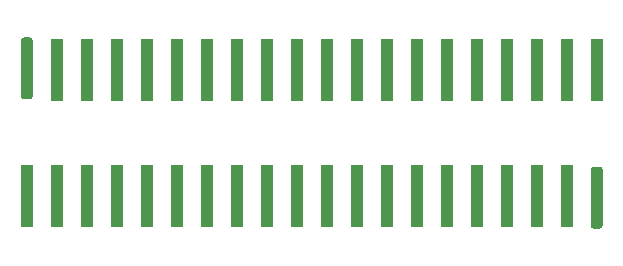
<source format=gbr>
%TF.GenerationSoftware,KiCad,Pcbnew,(5.1.9)-1*%
%TF.CreationDate,2021-04-29T23:37:35+02:00*%
%TF.ProjectId,STMega32,53544d65-6761-4333-922e-6b696361645f,rev?*%
%TF.SameCoordinates,Original*%
%TF.FileFunction,Paste,Bot*%
%TF.FilePolarity,Positive*%
%FSLAX46Y46*%
G04 Gerber Fmt 4.6, Leading zero omitted, Abs format (unit mm)*
G04 Created by KiCad (PCBNEW (5.1.9)-1) date 2021-04-29 23:37:35*
%MOMM*%
%LPD*%
G01*
G04 APERTURE LIST*
%ADD10R,1.000000X5.250000*%
G04 APERTURE END LIST*
D10*
%TO.C,J1*%
X125870000Y-105337500D03*
X133490000Y-105337500D03*
X136030000Y-105337500D03*
X128410000Y-105337500D03*
X130950000Y-105337500D03*
X138570000Y-105337500D03*
X146190000Y-105337500D03*
X148730000Y-105337500D03*
X141110000Y-105337500D03*
X143650000Y-105337500D03*
X163970000Y-105337500D03*
X171590000Y-105337500D03*
G36*
G01*
X174380000Y-108095000D02*
X173880000Y-108095000D01*
G75*
G02*
X173630000Y-107845000I0J250000D01*
G01*
X173630000Y-103095000D01*
G75*
G02*
X173880000Y-102845000I250000J0D01*
G01*
X174380000Y-102845000D01*
G75*
G02*
X174630000Y-103095000I0J-250000D01*
G01*
X174630000Y-107845000D01*
G75*
G02*
X174380000Y-108095000I-250000J0D01*
G01*
G37*
X166510000Y-105337500D03*
X169050000Y-105337500D03*
X161430000Y-105337500D03*
X158890000Y-105337500D03*
X156350000Y-105337500D03*
X153810000Y-105337500D03*
X151270000Y-105337500D03*
%TD*%
%TO.C,J2*%
X148730000Y-94662500D03*
X146190000Y-94662500D03*
X143650000Y-94662500D03*
X141110000Y-94662500D03*
X138570000Y-94662500D03*
X130950000Y-94662500D03*
X133490000Y-94662500D03*
G36*
G01*
X125620000Y-91905000D02*
X126120000Y-91905000D01*
G75*
G02*
X126370000Y-92155000I0J-250000D01*
G01*
X126370000Y-96905000D01*
G75*
G02*
X126120000Y-97155000I-250000J0D01*
G01*
X125620000Y-97155000D01*
G75*
G02*
X125370000Y-96905000I0J250000D01*
G01*
X125370000Y-92155000D01*
G75*
G02*
X125620000Y-91905000I250000J0D01*
G01*
G37*
X128410000Y-94662500D03*
X136030000Y-94662500D03*
X156350000Y-94662500D03*
X158890000Y-94662500D03*
X151270000Y-94662500D03*
X153810000Y-94662500D03*
X161430000Y-94662500D03*
X169050000Y-94662500D03*
X171590000Y-94662500D03*
X163970000Y-94662500D03*
X166510000Y-94662500D03*
X174130000Y-94662500D03*
%TD*%
M02*

</source>
